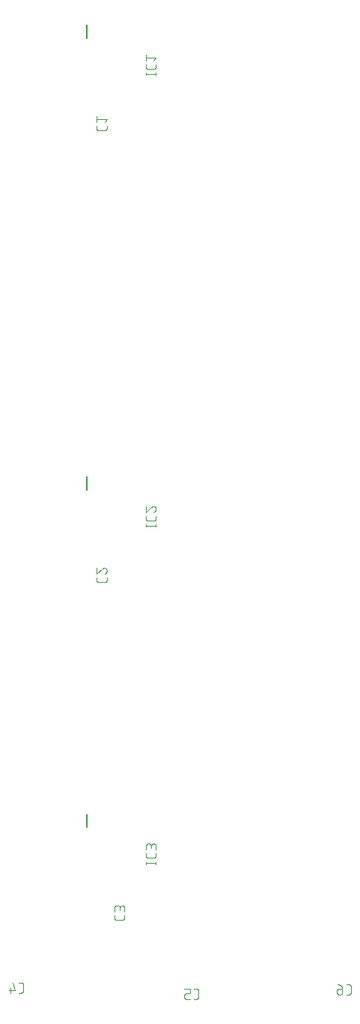
<source format=gbr>
G04 EAGLE Gerber RS-274X export*
G75*
%MOMM*%
%FSLAX34Y34*%
%LPD*%
%INSilkscreen Bottom*%
%IPPOS*%
%AMOC8*
5,1,8,0,0,1.08239X$1,22.5*%
G01*
%ADD10C,0.200000*%
%ADD11C,0.101600*%


D10*
X180653Y-309750D02*
X180653Y-324500D01*
D11*
X247311Y-365308D02*
X258995Y-365308D01*
X247311Y-366606D02*
X247311Y-364010D01*
X258995Y-364010D02*
X258995Y-366606D01*
X247311Y-356846D02*
X247311Y-354250D01*
X247312Y-356846D02*
X247314Y-356945D01*
X247320Y-357045D01*
X247329Y-357144D01*
X247342Y-357242D01*
X247359Y-357340D01*
X247380Y-357438D01*
X247405Y-357534D01*
X247433Y-357629D01*
X247465Y-357723D01*
X247500Y-357816D01*
X247539Y-357908D01*
X247582Y-357998D01*
X247627Y-358086D01*
X247677Y-358173D01*
X247729Y-358257D01*
X247785Y-358340D01*
X247843Y-358420D01*
X247905Y-358498D01*
X247970Y-358573D01*
X248038Y-358646D01*
X248108Y-358716D01*
X248181Y-358784D01*
X248256Y-358849D01*
X248334Y-358911D01*
X248414Y-358969D01*
X248497Y-359025D01*
X248581Y-359077D01*
X248668Y-359127D01*
X248756Y-359172D01*
X248846Y-359215D01*
X248938Y-359254D01*
X249031Y-359289D01*
X249125Y-359321D01*
X249220Y-359349D01*
X249316Y-359374D01*
X249414Y-359395D01*
X249512Y-359412D01*
X249610Y-359425D01*
X249709Y-359434D01*
X249809Y-359440D01*
X249908Y-359442D01*
X249908Y-359443D02*
X256399Y-359443D01*
X256399Y-359442D02*
X256498Y-359440D01*
X256598Y-359434D01*
X256697Y-359425D01*
X256795Y-359412D01*
X256893Y-359395D01*
X256991Y-359374D01*
X257087Y-359349D01*
X257182Y-359321D01*
X257276Y-359289D01*
X257369Y-359254D01*
X257461Y-359215D01*
X257551Y-359172D01*
X257639Y-359127D01*
X257726Y-359077D01*
X257810Y-359025D01*
X257893Y-358969D01*
X257973Y-358911D01*
X258051Y-358849D01*
X258126Y-358784D01*
X258199Y-358716D01*
X258269Y-358646D01*
X258337Y-358573D01*
X258402Y-358498D01*
X258464Y-358420D01*
X258522Y-358340D01*
X258578Y-358257D01*
X258630Y-358173D01*
X258680Y-358086D01*
X258725Y-357998D01*
X258768Y-357908D01*
X258807Y-357816D01*
X258842Y-357724D01*
X258874Y-357629D01*
X258902Y-357534D01*
X258927Y-357438D01*
X258948Y-357340D01*
X258965Y-357242D01*
X258978Y-357144D01*
X258987Y-357045D01*
X258993Y-356945D01*
X258995Y-356846D01*
X258995Y-354250D01*
X256399Y-349885D02*
X258995Y-346639D01*
X247311Y-346639D01*
X247311Y-343394D02*
X247311Y-349885D01*
D10*
X180653Y-820250D02*
X180653Y-835000D01*
D11*
X247311Y-875808D02*
X258995Y-875808D01*
X247311Y-877106D02*
X247311Y-874510D01*
X258995Y-874510D02*
X258995Y-877106D01*
X247311Y-867347D02*
X247311Y-864750D01*
X247312Y-867347D02*
X247314Y-867446D01*
X247320Y-867546D01*
X247329Y-867645D01*
X247342Y-867743D01*
X247359Y-867841D01*
X247380Y-867939D01*
X247405Y-868035D01*
X247433Y-868130D01*
X247465Y-868224D01*
X247500Y-868317D01*
X247539Y-868409D01*
X247582Y-868499D01*
X247627Y-868587D01*
X247677Y-868674D01*
X247729Y-868758D01*
X247785Y-868841D01*
X247843Y-868921D01*
X247905Y-868999D01*
X247970Y-869074D01*
X248038Y-869147D01*
X248108Y-869217D01*
X248181Y-869285D01*
X248256Y-869350D01*
X248334Y-869412D01*
X248414Y-869470D01*
X248497Y-869526D01*
X248581Y-869578D01*
X248668Y-869628D01*
X248756Y-869673D01*
X248846Y-869716D01*
X248938Y-869755D01*
X249031Y-869790D01*
X249125Y-869822D01*
X249220Y-869850D01*
X249316Y-869875D01*
X249414Y-869896D01*
X249512Y-869913D01*
X249610Y-869926D01*
X249709Y-869935D01*
X249809Y-869941D01*
X249908Y-869943D01*
X256399Y-869943D01*
X256399Y-869942D02*
X256498Y-869940D01*
X256598Y-869934D01*
X256697Y-869925D01*
X256795Y-869912D01*
X256893Y-869895D01*
X256991Y-869874D01*
X257087Y-869849D01*
X257182Y-869821D01*
X257276Y-869789D01*
X257369Y-869754D01*
X257461Y-869715D01*
X257551Y-869672D01*
X257639Y-869627D01*
X257726Y-869577D01*
X257810Y-869525D01*
X257893Y-869469D01*
X257973Y-869411D01*
X258051Y-869349D01*
X258126Y-869284D01*
X258199Y-869216D01*
X258269Y-869146D01*
X258337Y-869073D01*
X258402Y-868998D01*
X258464Y-868920D01*
X258522Y-868840D01*
X258578Y-868757D01*
X258630Y-868673D01*
X258680Y-868586D01*
X258725Y-868498D01*
X258768Y-868408D01*
X258807Y-868316D01*
X258842Y-868224D01*
X258874Y-868129D01*
X258902Y-868034D01*
X258927Y-867938D01*
X258948Y-867840D01*
X258965Y-867742D01*
X258978Y-867644D01*
X258987Y-867545D01*
X258993Y-867445D01*
X258995Y-867346D01*
X258995Y-867347D02*
X258995Y-864750D01*
X258995Y-856815D02*
X258993Y-856708D01*
X258987Y-856602D01*
X258977Y-856496D01*
X258964Y-856390D01*
X258946Y-856284D01*
X258925Y-856180D01*
X258900Y-856076D01*
X258871Y-855973D01*
X258839Y-855872D01*
X258802Y-855772D01*
X258762Y-855673D01*
X258719Y-855575D01*
X258672Y-855479D01*
X258621Y-855385D01*
X258567Y-855293D01*
X258510Y-855203D01*
X258450Y-855115D01*
X258386Y-855030D01*
X258319Y-854947D01*
X258249Y-854866D01*
X258177Y-854788D01*
X258101Y-854712D01*
X258023Y-854640D01*
X257942Y-854570D01*
X257859Y-854503D01*
X257774Y-854439D01*
X257686Y-854379D01*
X257596Y-854322D01*
X257504Y-854268D01*
X257410Y-854217D01*
X257314Y-854170D01*
X257216Y-854127D01*
X257117Y-854087D01*
X257017Y-854050D01*
X256916Y-854018D01*
X256813Y-853989D01*
X256709Y-853964D01*
X256605Y-853943D01*
X256499Y-853925D01*
X256393Y-853912D01*
X256287Y-853902D01*
X256181Y-853896D01*
X256074Y-853894D01*
X258996Y-856815D02*
X258994Y-856936D01*
X258988Y-857057D01*
X258978Y-857177D01*
X258965Y-857298D01*
X258947Y-857417D01*
X258926Y-857537D01*
X258901Y-857655D01*
X258872Y-857772D01*
X258839Y-857889D01*
X258803Y-858004D01*
X258762Y-858118D01*
X258719Y-858231D01*
X258671Y-858343D01*
X258620Y-858452D01*
X258565Y-858560D01*
X258507Y-858667D01*
X258446Y-858771D01*
X258381Y-858873D01*
X258313Y-858973D01*
X258242Y-859071D01*
X258168Y-859167D01*
X258091Y-859260D01*
X258010Y-859350D01*
X257927Y-859438D01*
X257841Y-859523D01*
X257752Y-859606D01*
X257661Y-859685D01*
X257567Y-859762D01*
X257471Y-859835D01*
X257373Y-859905D01*
X257272Y-859972D01*
X257169Y-860036D01*
X257064Y-860097D01*
X256957Y-860154D01*
X256849Y-860207D01*
X256739Y-860257D01*
X256627Y-860303D01*
X256514Y-860346D01*
X256399Y-860385D01*
X253802Y-854868D02*
X253880Y-854789D01*
X253960Y-854713D01*
X254043Y-854640D01*
X254129Y-854570D01*
X254216Y-854503D01*
X254307Y-854439D01*
X254399Y-854379D01*
X254493Y-854321D01*
X254590Y-854267D01*
X254688Y-854217D01*
X254788Y-854170D01*
X254889Y-854126D01*
X254992Y-854086D01*
X255097Y-854050D01*
X255202Y-854018D01*
X255309Y-853989D01*
X255416Y-853964D01*
X255525Y-853942D01*
X255634Y-853925D01*
X255743Y-853911D01*
X255853Y-853902D01*
X255964Y-853896D01*
X256074Y-853894D01*
X253802Y-854867D02*
X247311Y-860385D01*
X247311Y-853894D01*
D10*
X180653Y-1201583D02*
X180653Y-1216333D01*
D11*
X247311Y-1257142D02*
X258995Y-1257142D01*
X247311Y-1258440D02*
X247311Y-1255843D01*
X258995Y-1255843D02*
X258995Y-1258440D01*
X247311Y-1248680D02*
X247311Y-1246083D01*
X247312Y-1248680D02*
X247314Y-1248779D01*
X247320Y-1248879D01*
X247329Y-1248978D01*
X247342Y-1249076D01*
X247359Y-1249174D01*
X247380Y-1249272D01*
X247405Y-1249368D01*
X247433Y-1249463D01*
X247465Y-1249557D01*
X247500Y-1249650D01*
X247539Y-1249742D01*
X247582Y-1249832D01*
X247627Y-1249920D01*
X247677Y-1250007D01*
X247729Y-1250091D01*
X247785Y-1250174D01*
X247843Y-1250254D01*
X247905Y-1250332D01*
X247970Y-1250407D01*
X248038Y-1250480D01*
X248108Y-1250550D01*
X248181Y-1250618D01*
X248256Y-1250683D01*
X248334Y-1250745D01*
X248414Y-1250803D01*
X248497Y-1250859D01*
X248581Y-1250911D01*
X248668Y-1250961D01*
X248756Y-1251006D01*
X248846Y-1251049D01*
X248938Y-1251088D01*
X249031Y-1251123D01*
X249125Y-1251155D01*
X249220Y-1251183D01*
X249316Y-1251208D01*
X249414Y-1251229D01*
X249512Y-1251246D01*
X249610Y-1251259D01*
X249709Y-1251268D01*
X249809Y-1251274D01*
X249908Y-1251276D01*
X256399Y-1251276D01*
X256498Y-1251274D01*
X256598Y-1251268D01*
X256697Y-1251259D01*
X256795Y-1251246D01*
X256893Y-1251229D01*
X256991Y-1251208D01*
X257087Y-1251183D01*
X257182Y-1251155D01*
X257276Y-1251123D01*
X257369Y-1251088D01*
X257461Y-1251049D01*
X257551Y-1251006D01*
X257639Y-1250961D01*
X257726Y-1250911D01*
X257810Y-1250859D01*
X257893Y-1250803D01*
X257973Y-1250745D01*
X258051Y-1250683D01*
X258126Y-1250618D01*
X258199Y-1250550D01*
X258269Y-1250480D01*
X258337Y-1250407D01*
X258402Y-1250332D01*
X258464Y-1250254D01*
X258522Y-1250174D01*
X258578Y-1250091D01*
X258630Y-1250007D01*
X258680Y-1249920D01*
X258725Y-1249832D01*
X258768Y-1249742D01*
X258807Y-1249650D01*
X258842Y-1249558D01*
X258874Y-1249463D01*
X258902Y-1249368D01*
X258927Y-1249272D01*
X258948Y-1249174D01*
X258965Y-1249076D01*
X258978Y-1248978D01*
X258987Y-1248879D01*
X258993Y-1248779D01*
X258995Y-1248680D01*
X258995Y-1246083D01*
X247311Y-1241718D02*
X247311Y-1238473D01*
X247313Y-1238360D01*
X247319Y-1238247D01*
X247329Y-1238134D01*
X247343Y-1238021D01*
X247360Y-1237909D01*
X247382Y-1237798D01*
X247407Y-1237688D01*
X247437Y-1237578D01*
X247470Y-1237470D01*
X247507Y-1237363D01*
X247547Y-1237257D01*
X247592Y-1237153D01*
X247640Y-1237050D01*
X247691Y-1236949D01*
X247746Y-1236850D01*
X247804Y-1236753D01*
X247866Y-1236658D01*
X247931Y-1236565D01*
X247999Y-1236475D01*
X248070Y-1236387D01*
X248145Y-1236301D01*
X248222Y-1236218D01*
X248302Y-1236138D01*
X248385Y-1236061D01*
X248471Y-1235986D01*
X248559Y-1235915D01*
X248649Y-1235847D01*
X248742Y-1235782D01*
X248837Y-1235720D01*
X248934Y-1235662D01*
X249033Y-1235607D01*
X249134Y-1235556D01*
X249237Y-1235508D01*
X249341Y-1235463D01*
X249447Y-1235423D01*
X249554Y-1235386D01*
X249662Y-1235353D01*
X249772Y-1235323D01*
X249882Y-1235298D01*
X249993Y-1235276D01*
X250105Y-1235259D01*
X250218Y-1235245D01*
X250331Y-1235235D01*
X250444Y-1235229D01*
X250557Y-1235227D01*
X250670Y-1235229D01*
X250783Y-1235235D01*
X250896Y-1235245D01*
X251009Y-1235259D01*
X251121Y-1235276D01*
X251232Y-1235298D01*
X251342Y-1235323D01*
X251452Y-1235353D01*
X251560Y-1235386D01*
X251667Y-1235423D01*
X251773Y-1235463D01*
X251877Y-1235508D01*
X251980Y-1235556D01*
X252081Y-1235607D01*
X252180Y-1235662D01*
X252277Y-1235720D01*
X252372Y-1235782D01*
X252465Y-1235847D01*
X252555Y-1235915D01*
X252643Y-1235986D01*
X252729Y-1236061D01*
X252812Y-1236138D01*
X252892Y-1236218D01*
X252969Y-1236301D01*
X253044Y-1236387D01*
X253115Y-1236475D01*
X253183Y-1236565D01*
X253248Y-1236658D01*
X253310Y-1236753D01*
X253368Y-1236850D01*
X253423Y-1236949D01*
X253474Y-1237050D01*
X253522Y-1237153D01*
X253567Y-1237257D01*
X253607Y-1237363D01*
X253644Y-1237470D01*
X253677Y-1237578D01*
X253707Y-1237688D01*
X253732Y-1237798D01*
X253754Y-1237909D01*
X253771Y-1238021D01*
X253785Y-1238134D01*
X253795Y-1238247D01*
X253801Y-1238360D01*
X253803Y-1238473D01*
X258995Y-1237823D02*
X258995Y-1241718D01*
X258995Y-1237823D02*
X258993Y-1237722D01*
X258987Y-1237622D01*
X258977Y-1237522D01*
X258964Y-1237422D01*
X258946Y-1237323D01*
X258925Y-1237224D01*
X258900Y-1237127D01*
X258871Y-1237030D01*
X258838Y-1236935D01*
X258802Y-1236841D01*
X258762Y-1236749D01*
X258719Y-1236658D01*
X258672Y-1236569D01*
X258622Y-1236482D01*
X258568Y-1236396D01*
X258511Y-1236313D01*
X258451Y-1236233D01*
X258388Y-1236154D01*
X258321Y-1236078D01*
X258252Y-1236005D01*
X258180Y-1235935D01*
X258106Y-1235867D01*
X258029Y-1235802D01*
X257949Y-1235741D01*
X257867Y-1235682D01*
X257783Y-1235627D01*
X257697Y-1235575D01*
X257609Y-1235526D01*
X257519Y-1235481D01*
X257427Y-1235439D01*
X257334Y-1235401D01*
X257239Y-1235367D01*
X257144Y-1235336D01*
X257047Y-1235309D01*
X256949Y-1235286D01*
X256850Y-1235266D01*
X256750Y-1235251D01*
X256650Y-1235239D01*
X256550Y-1235231D01*
X256449Y-1235227D01*
X256349Y-1235227D01*
X256248Y-1235231D01*
X256148Y-1235239D01*
X256048Y-1235251D01*
X255948Y-1235266D01*
X255849Y-1235286D01*
X255751Y-1235309D01*
X255654Y-1235336D01*
X255559Y-1235367D01*
X255464Y-1235401D01*
X255371Y-1235439D01*
X255279Y-1235481D01*
X255189Y-1235526D01*
X255101Y-1235575D01*
X255015Y-1235627D01*
X254931Y-1235682D01*
X254849Y-1235741D01*
X254769Y-1235802D01*
X254692Y-1235867D01*
X254618Y-1235935D01*
X254546Y-1236005D01*
X254477Y-1236078D01*
X254410Y-1236154D01*
X254347Y-1236233D01*
X254287Y-1236313D01*
X254230Y-1236396D01*
X254176Y-1236482D01*
X254126Y-1236569D01*
X254079Y-1236658D01*
X254036Y-1236749D01*
X253996Y-1236841D01*
X253960Y-1236935D01*
X253927Y-1237030D01*
X253898Y-1237127D01*
X253873Y-1237224D01*
X253852Y-1237323D01*
X253834Y-1237422D01*
X253821Y-1237522D01*
X253811Y-1237622D01*
X253805Y-1237722D01*
X253803Y-1237823D01*
X253802Y-1237823D02*
X253802Y-1240420D01*
X191791Y-937116D02*
X191791Y-934520D01*
X191792Y-937116D02*
X191794Y-937215D01*
X191800Y-937315D01*
X191809Y-937414D01*
X191822Y-937512D01*
X191839Y-937610D01*
X191860Y-937708D01*
X191885Y-937804D01*
X191913Y-937899D01*
X191945Y-937993D01*
X191980Y-938086D01*
X192019Y-938178D01*
X192062Y-938268D01*
X192107Y-938356D01*
X192157Y-938443D01*
X192209Y-938527D01*
X192265Y-938610D01*
X192323Y-938690D01*
X192385Y-938768D01*
X192450Y-938843D01*
X192518Y-938916D01*
X192588Y-938986D01*
X192661Y-939054D01*
X192736Y-939119D01*
X192814Y-939181D01*
X192894Y-939239D01*
X192977Y-939295D01*
X193061Y-939347D01*
X193148Y-939397D01*
X193236Y-939442D01*
X193326Y-939485D01*
X193418Y-939524D01*
X193511Y-939559D01*
X193605Y-939591D01*
X193700Y-939619D01*
X193796Y-939644D01*
X193894Y-939665D01*
X193992Y-939682D01*
X194090Y-939695D01*
X194189Y-939704D01*
X194289Y-939710D01*
X194388Y-939712D01*
X194388Y-939713D02*
X200879Y-939713D01*
X200879Y-939712D02*
X200978Y-939710D01*
X201078Y-939704D01*
X201177Y-939695D01*
X201275Y-939682D01*
X201373Y-939665D01*
X201471Y-939644D01*
X201567Y-939619D01*
X201662Y-939591D01*
X201756Y-939559D01*
X201849Y-939524D01*
X201941Y-939485D01*
X202031Y-939442D01*
X202119Y-939397D01*
X202206Y-939347D01*
X202290Y-939295D01*
X202373Y-939239D01*
X202453Y-939181D01*
X202531Y-939119D01*
X202606Y-939054D01*
X202679Y-938986D01*
X202749Y-938916D01*
X202817Y-938843D01*
X202882Y-938768D01*
X202944Y-938690D01*
X203002Y-938610D01*
X203058Y-938527D01*
X203110Y-938443D01*
X203160Y-938356D01*
X203205Y-938268D01*
X203248Y-938178D01*
X203287Y-938086D01*
X203322Y-937994D01*
X203354Y-937899D01*
X203382Y-937804D01*
X203407Y-937708D01*
X203428Y-937610D01*
X203445Y-937512D01*
X203458Y-937414D01*
X203467Y-937315D01*
X203473Y-937215D01*
X203475Y-937116D01*
X203475Y-934520D01*
X203475Y-926585D02*
X203473Y-926478D01*
X203467Y-926372D01*
X203457Y-926266D01*
X203444Y-926160D01*
X203426Y-926054D01*
X203405Y-925950D01*
X203380Y-925846D01*
X203351Y-925743D01*
X203319Y-925642D01*
X203282Y-925542D01*
X203242Y-925443D01*
X203199Y-925345D01*
X203152Y-925249D01*
X203101Y-925155D01*
X203047Y-925063D01*
X202990Y-924973D01*
X202930Y-924885D01*
X202866Y-924800D01*
X202799Y-924717D01*
X202729Y-924636D01*
X202657Y-924558D01*
X202581Y-924482D01*
X202503Y-924410D01*
X202422Y-924340D01*
X202339Y-924273D01*
X202254Y-924209D01*
X202166Y-924149D01*
X202076Y-924092D01*
X201984Y-924038D01*
X201890Y-923987D01*
X201794Y-923940D01*
X201696Y-923897D01*
X201597Y-923857D01*
X201497Y-923820D01*
X201396Y-923788D01*
X201293Y-923759D01*
X201189Y-923734D01*
X201085Y-923713D01*
X200979Y-923695D01*
X200873Y-923682D01*
X200767Y-923672D01*
X200661Y-923666D01*
X200554Y-923664D01*
X203476Y-926585D02*
X203474Y-926706D01*
X203468Y-926827D01*
X203458Y-926947D01*
X203445Y-927068D01*
X203427Y-927187D01*
X203406Y-927307D01*
X203381Y-927425D01*
X203352Y-927542D01*
X203319Y-927659D01*
X203283Y-927774D01*
X203242Y-927888D01*
X203199Y-928001D01*
X203151Y-928113D01*
X203100Y-928222D01*
X203045Y-928330D01*
X202987Y-928437D01*
X202926Y-928541D01*
X202861Y-928643D01*
X202793Y-928743D01*
X202722Y-928841D01*
X202648Y-928937D01*
X202571Y-929030D01*
X202490Y-929120D01*
X202407Y-929208D01*
X202321Y-929293D01*
X202232Y-929376D01*
X202141Y-929455D01*
X202047Y-929532D01*
X201951Y-929605D01*
X201853Y-929675D01*
X201752Y-929742D01*
X201649Y-929806D01*
X201544Y-929867D01*
X201437Y-929924D01*
X201329Y-929977D01*
X201219Y-930027D01*
X201107Y-930073D01*
X200994Y-930116D01*
X200879Y-930155D01*
X198282Y-924638D02*
X198360Y-924559D01*
X198440Y-924483D01*
X198523Y-924410D01*
X198609Y-924340D01*
X198696Y-924273D01*
X198787Y-924209D01*
X198879Y-924149D01*
X198973Y-924091D01*
X199070Y-924037D01*
X199168Y-923987D01*
X199268Y-923940D01*
X199369Y-923896D01*
X199472Y-923856D01*
X199577Y-923820D01*
X199682Y-923788D01*
X199789Y-923759D01*
X199896Y-923734D01*
X200005Y-923712D01*
X200114Y-923695D01*
X200223Y-923681D01*
X200333Y-923672D01*
X200444Y-923666D01*
X200554Y-923664D01*
X198282Y-924637D02*
X191791Y-930155D01*
X191791Y-923664D01*
X211791Y-1316014D02*
X211791Y-1318611D01*
X211792Y-1318611D02*
X211794Y-1318710D01*
X211800Y-1318810D01*
X211809Y-1318909D01*
X211822Y-1319007D01*
X211839Y-1319105D01*
X211860Y-1319203D01*
X211885Y-1319299D01*
X211913Y-1319394D01*
X211945Y-1319488D01*
X211980Y-1319581D01*
X212019Y-1319673D01*
X212062Y-1319763D01*
X212107Y-1319851D01*
X212157Y-1319938D01*
X212209Y-1320022D01*
X212265Y-1320105D01*
X212323Y-1320185D01*
X212385Y-1320263D01*
X212450Y-1320338D01*
X212518Y-1320411D01*
X212588Y-1320481D01*
X212661Y-1320549D01*
X212736Y-1320614D01*
X212814Y-1320676D01*
X212894Y-1320734D01*
X212977Y-1320790D01*
X213061Y-1320842D01*
X213148Y-1320892D01*
X213236Y-1320937D01*
X213326Y-1320980D01*
X213418Y-1321019D01*
X213511Y-1321054D01*
X213605Y-1321086D01*
X213700Y-1321114D01*
X213796Y-1321139D01*
X213894Y-1321160D01*
X213992Y-1321177D01*
X214090Y-1321190D01*
X214189Y-1321199D01*
X214289Y-1321205D01*
X214388Y-1321207D01*
X220879Y-1321207D01*
X220978Y-1321205D01*
X221078Y-1321199D01*
X221177Y-1321190D01*
X221275Y-1321177D01*
X221373Y-1321160D01*
X221471Y-1321139D01*
X221567Y-1321114D01*
X221662Y-1321086D01*
X221756Y-1321054D01*
X221849Y-1321019D01*
X221941Y-1320980D01*
X222031Y-1320937D01*
X222119Y-1320892D01*
X222206Y-1320842D01*
X222290Y-1320790D01*
X222373Y-1320734D01*
X222453Y-1320676D01*
X222531Y-1320614D01*
X222606Y-1320549D01*
X222679Y-1320481D01*
X222749Y-1320411D01*
X222817Y-1320338D01*
X222882Y-1320263D01*
X222944Y-1320185D01*
X223002Y-1320105D01*
X223058Y-1320022D01*
X223110Y-1319938D01*
X223160Y-1319851D01*
X223205Y-1319763D01*
X223248Y-1319673D01*
X223287Y-1319581D01*
X223322Y-1319489D01*
X223354Y-1319394D01*
X223382Y-1319299D01*
X223407Y-1319203D01*
X223428Y-1319105D01*
X223445Y-1319007D01*
X223458Y-1318909D01*
X223467Y-1318810D01*
X223473Y-1318710D01*
X223475Y-1318611D01*
X223475Y-1316014D01*
X211791Y-1311649D02*
X211791Y-1308404D01*
X211793Y-1308291D01*
X211799Y-1308178D01*
X211809Y-1308065D01*
X211823Y-1307952D01*
X211840Y-1307840D01*
X211862Y-1307729D01*
X211887Y-1307619D01*
X211917Y-1307509D01*
X211950Y-1307401D01*
X211987Y-1307294D01*
X212027Y-1307188D01*
X212072Y-1307084D01*
X212120Y-1306981D01*
X212171Y-1306880D01*
X212226Y-1306781D01*
X212284Y-1306684D01*
X212346Y-1306589D01*
X212411Y-1306496D01*
X212479Y-1306406D01*
X212550Y-1306318D01*
X212625Y-1306232D01*
X212702Y-1306149D01*
X212782Y-1306069D01*
X212865Y-1305992D01*
X212951Y-1305917D01*
X213039Y-1305846D01*
X213129Y-1305778D01*
X213222Y-1305713D01*
X213317Y-1305651D01*
X213414Y-1305593D01*
X213513Y-1305538D01*
X213614Y-1305487D01*
X213717Y-1305439D01*
X213821Y-1305394D01*
X213927Y-1305354D01*
X214034Y-1305317D01*
X214142Y-1305284D01*
X214252Y-1305254D01*
X214362Y-1305229D01*
X214473Y-1305207D01*
X214585Y-1305190D01*
X214698Y-1305176D01*
X214811Y-1305166D01*
X214924Y-1305160D01*
X215037Y-1305158D01*
X215150Y-1305160D01*
X215263Y-1305166D01*
X215376Y-1305176D01*
X215489Y-1305190D01*
X215601Y-1305207D01*
X215712Y-1305229D01*
X215822Y-1305254D01*
X215932Y-1305284D01*
X216040Y-1305317D01*
X216147Y-1305354D01*
X216253Y-1305394D01*
X216357Y-1305439D01*
X216460Y-1305487D01*
X216561Y-1305538D01*
X216660Y-1305593D01*
X216757Y-1305651D01*
X216852Y-1305713D01*
X216945Y-1305778D01*
X217035Y-1305846D01*
X217123Y-1305917D01*
X217209Y-1305992D01*
X217292Y-1306069D01*
X217372Y-1306149D01*
X217449Y-1306232D01*
X217524Y-1306318D01*
X217595Y-1306406D01*
X217663Y-1306496D01*
X217728Y-1306589D01*
X217790Y-1306684D01*
X217848Y-1306781D01*
X217903Y-1306880D01*
X217954Y-1306981D01*
X218002Y-1307084D01*
X218047Y-1307188D01*
X218087Y-1307294D01*
X218124Y-1307401D01*
X218157Y-1307509D01*
X218187Y-1307619D01*
X218212Y-1307729D01*
X218234Y-1307840D01*
X218251Y-1307952D01*
X218265Y-1308065D01*
X218275Y-1308178D01*
X218281Y-1308291D01*
X218283Y-1308404D01*
X223475Y-1307754D02*
X223475Y-1311649D01*
X223475Y-1307754D02*
X223473Y-1307653D01*
X223467Y-1307553D01*
X223457Y-1307453D01*
X223444Y-1307353D01*
X223426Y-1307254D01*
X223405Y-1307155D01*
X223380Y-1307058D01*
X223351Y-1306961D01*
X223318Y-1306866D01*
X223282Y-1306772D01*
X223242Y-1306680D01*
X223199Y-1306589D01*
X223152Y-1306500D01*
X223102Y-1306413D01*
X223048Y-1306327D01*
X222991Y-1306244D01*
X222931Y-1306164D01*
X222868Y-1306085D01*
X222801Y-1306009D01*
X222732Y-1305936D01*
X222660Y-1305866D01*
X222586Y-1305798D01*
X222509Y-1305733D01*
X222429Y-1305672D01*
X222347Y-1305613D01*
X222263Y-1305558D01*
X222177Y-1305506D01*
X222089Y-1305457D01*
X221999Y-1305412D01*
X221907Y-1305370D01*
X221814Y-1305332D01*
X221719Y-1305298D01*
X221624Y-1305267D01*
X221527Y-1305240D01*
X221429Y-1305217D01*
X221330Y-1305197D01*
X221230Y-1305182D01*
X221130Y-1305170D01*
X221030Y-1305162D01*
X220929Y-1305158D01*
X220829Y-1305158D01*
X220728Y-1305162D01*
X220628Y-1305170D01*
X220528Y-1305182D01*
X220428Y-1305197D01*
X220329Y-1305217D01*
X220231Y-1305240D01*
X220134Y-1305267D01*
X220039Y-1305298D01*
X219944Y-1305332D01*
X219851Y-1305370D01*
X219759Y-1305412D01*
X219669Y-1305457D01*
X219581Y-1305506D01*
X219495Y-1305558D01*
X219411Y-1305613D01*
X219329Y-1305672D01*
X219249Y-1305733D01*
X219172Y-1305798D01*
X219098Y-1305866D01*
X219026Y-1305936D01*
X218957Y-1306009D01*
X218890Y-1306085D01*
X218827Y-1306164D01*
X218767Y-1306244D01*
X218710Y-1306327D01*
X218656Y-1306413D01*
X218606Y-1306500D01*
X218559Y-1306589D01*
X218516Y-1306680D01*
X218476Y-1306772D01*
X218440Y-1306866D01*
X218407Y-1306961D01*
X218378Y-1307058D01*
X218353Y-1307155D01*
X218332Y-1307254D01*
X218314Y-1307353D01*
X218301Y-1307453D01*
X218291Y-1307553D01*
X218285Y-1307653D01*
X218283Y-1307754D01*
X218282Y-1307754D02*
X218282Y-1310351D01*
X106261Y-1403892D02*
X103664Y-1403892D01*
X106261Y-1403892D02*
X106360Y-1403890D01*
X106460Y-1403884D01*
X106559Y-1403875D01*
X106657Y-1403862D01*
X106755Y-1403845D01*
X106853Y-1403824D01*
X106949Y-1403799D01*
X107044Y-1403771D01*
X107138Y-1403739D01*
X107231Y-1403704D01*
X107323Y-1403665D01*
X107413Y-1403622D01*
X107501Y-1403577D01*
X107588Y-1403527D01*
X107672Y-1403475D01*
X107755Y-1403419D01*
X107835Y-1403361D01*
X107913Y-1403299D01*
X107988Y-1403234D01*
X108061Y-1403166D01*
X108131Y-1403096D01*
X108199Y-1403023D01*
X108264Y-1402948D01*
X108326Y-1402870D01*
X108384Y-1402790D01*
X108440Y-1402707D01*
X108492Y-1402623D01*
X108542Y-1402536D01*
X108587Y-1402448D01*
X108630Y-1402358D01*
X108669Y-1402266D01*
X108704Y-1402173D01*
X108736Y-1402079D01*
X108764Y-1401984D01*
X108789Y-1401888D01*
X108810Y-1401790D01*
X108827Y-1401692D01*
X108840Y-1401594D01*
X108849Y-1401495D01*
X108855Y-1401395D01*
X108857Y-1401296D01*
X108857Y-1394804D01*
X108858Y-1394804D02*
X108856Y-1394705D01*
X108850Y-1394605D01*
X108841Y-1394506D01*
X108828Y-1394408D01*
X108810Y-1394310D01*
X108790Y-1394212D01*
X108765Y-1394116D01*
X108737Y-1394020D01*
X108705Y-1393926D01*
X108670Y-1393833D01*
X108631Y-1393742D01*
X108588Y-1393652D01*
X108543Y-1393563D01*
X108493Y-1393477D01*
X108441Y-1393392D01*
X108385Y-1393310D01*
X108326Y-1393230D01*
X108265Y-1393152D01*
X108200Y-1393076D01*
X108132Y-1393003D01*
X108062Y-1392933D01*
X107989Y-1392865D01*
X107913Y-1392800D01*
X107835Y-1392739D01*
X107755Y-1392680D01*
X107673Y-1392624D01*
X107588Y-1392572D01*
X107502Y-1392523D01*
X107413Y-1392477D01*
X107323Y-1392434D01*
X107232Y-1392395D01*
X107139Y-1392360D01*
X107045Y-1392328D01*
X106949Y-1392300D01*
X106853Y-1392275D01*
X106755Y-1392255D01*
X106657Y-1392237D01*
X106559Y-1392224D01*
X106460Y-1392215D01*
X106361Y-1392209D01*
X106261Y-1392207D01*
X106261Y-1392208D02*
X103664Y-1392208D01*
X96703Y-1392208D02*
X99299Y-1401296D01*
X92808Y-1401296D01*
X94755Y-1398699D02*
X94755Y-1403892D01*
X191791Y-426611D02*
X191791Y-424014D01*
X191792Y-426611D02*
X191794Y-426710D01*
X191800Y-426810D01*
X191809Y-426909D01*
X191822Y-427007D01*
X191839Y-427105D01*
X191860Y-427203D01*
X191885Y-427299D01*
X191913Y-427394D01*
X191945Y-427488D01*
X191980Y-427581D01*
X192019Y-427673D01*
X192062Y-427763D01*
X192107Y-427851D01*
X192157Y-427938D01*
X192209Y-428022D01*
X192265Y-428105D01*
X192323Y-428185D01*
X192385Y-428263D01*
X192450Y-428338D01*
X192518Y-428411D01*
X192588Y-428481D01*
X192661Y-428549D01*
X192736Y-428614D01*
X192814Y-428676D01*
X192894Y-428734D01*
X192977Y-428790D01*
X193061Y-428842D01*
X193148Y-428892D01*
X193236Y-428937D01*
X193326Y-428980D01*
X193418Y-429019D01*
X193511Y-429054D01*
X193605Y-429086D01*
X193700Y-429114D01*
X193796Y-429139D01*
X193894Y-429160D01*
X193992Y-429177D01*
X194090Y-429190D01*
X194189Y-429199D01*
X194289Y-429205D01*
X194388Y-429207D01*
X200879Y-429207D01*
X200978Y-429205D01*
X201078Y-429199D01*
X201177Y-429190D01*
X201275Y-429177D01*
X201373Y-429160D01*
X201471Y-429139D01*
X201567Y-429114D01*
X201662Y-429086D01*
X201756Y-429054D01*
X201849Y-429019D01*
X201941Y-428980D01*
X202031Y-428937D01*
X202119Y-428892D01*
X202206Y-428842D01*
X202290Y-428790D01*
X202373Y-428734D01*
X202453Y-428676D01*
X202531Y-428614D01*
X202606Y-428549D01*
X202679Y-428481D01*
X202749Y-428411D01*
X202817Y-428338D01*
X202882Y-428263D01*
X202944Y-428185D01*
X203002Y-428105D01*
X203058Y-428022D01*
X203110Y-427938D01*
X203160Y-427851D01*
X203205Y-427763D01*
X203248Y-427673D01*
X203287Y-427581D01*
X203322Y-427489D01*
X203354Y-427394D01*
X203382Y-427299D01*
X203407Y-427203D01*
X203428Y-427105D01*
X203445Y-427007D01*
X203458Y-426909D01*
X203467Y-426810D01*
X203473Y-426710D01*
X203475Y-426611D01*
X203475Y-424014D01*
X200879Y-419649D02*
X203475Y-416404D01*
X191791Y-416404D01*
X191791Y-419649D02*
X191791Y-413158D01*
X301856Y-1410936D02*
X304453Y-1410936D01*
X304552Y-1410934D01*
X304652Y-1410928D01*
X304751Y-1410919D01*
X304849Y-1410906D01*
X304947Y-1410889D01*
X305045Y-1410868D01*
X305141Y-1410843D01*
X305236Y-1410815D01*
X305330Y-1410783D01*
X305423Y-1410748D01*
X305515Y-1410709D01*
X305605Y-1410666D01*
X305693Y-1410621D01*
X305780Y-1410571D01*
X305864Y-1410519D01*
X305947Y-1410463D01*
X306027Y-1410405D01*
X306105Y-1410343D01*
X306180Y-1410278D01*
X306253Y-1410210D01*
X306323Y-1410140D01*
X306391Y-1410067D01*
X306456Y-1409992D01*
X306518Y-1409914D01*
X306576Y-1409834D01*
X306632Y-1409751D01*
X306684Y-1409667D01*
X306734Y-1409580D01*
X306779Y-1409492D01*
X306822Y-1409402D01*
X306861Y-1409310D01*
X306896Y-1409217D01*
X306928Y-1409123D01*
X306956Y-1409028D01*
X306981Y-1408932D01*
X307002Y-1408834D01*
X307019Y-1408736D01*
X307032Y-1408638D01*
X307041Y-1408539D01*
X307047Y-1408439D01*
X307049Y-1408340D01*
X307049Y-1401849D01*
X307050Y-1401849D02*
X307048Y-1401750D01*
X307042Y-1401650D01*
X307033Y-1401551D01*
X307020Y-1401453D01*
X307002Y-1401355D01*
X306982Y-1401257D01*
X306957Y-1401161D01*
X306929Y-1401065D01*
X306897Y-1400971D01*
X306862Y-1400878D01*
X306823Y-1400787D01*
X306780Y-1400697D01*
X306735Y-1400608D01*
X306685Y-1400522D01*
X306633Y-1400437D01*
X306577Y-1400355D01*
X306518Y-1400275D01*
X306457Y-1400197D01*
X306392Y-1400121D01*
X306324Y-1400048D01*
X306254Y-1399978D01*
X306181Y-1399910D01*
X306105Y-1399845D01*
X306027Y-1399784D01*
X305947Y-1399725D01*
X305865Y-1399669D01*
X305780Y-1399617D01*
X305694Y-1399568D01*
X305605Y-1399522D01*
X305515Y-1399479D01*
X305424Y-1399440D01*
X305331Y-1399405D01*
X305237Y-1399373D01*
X305141Y-1399345D01*
X305045Y-1399320D01*
X304947Y-1399300D01*
X304849Y-1399282D01*
X304751Y-1399269D01*
X304652Y-1399260D01*
X304553Y-1399254D01*
X304453Y-1399252D01*
X301856Y-1399252D01*
X297491Y-1410936D02*
X293596Y-1410936D01*
X293497Y-1410934D01*
X293397Y-1410928D01*
X293298Y-1410919D01*
X293200Y-1410906D01*
X293102Y-1410889D01*
X293004Y-1410868D01*
X292908Y-1410843D01*
X292813Y-1410815D01*
X292719Y-1410783D01*
X292626Y-1410748D01*
X292534Y-1410709D01*
X292444Y-1410666D01*
X292356Y-1410621D01*
X292269Y-1410571D01*
X292185Y-1410519D01*
X292102Y-1410463D01*
X292022Y-1410405D01*
X291944Y-1410343D01*
X291869Y-1410278D01*
X291796Y-1410210D01*
X291726Y-1410140D01*
X291658Y-1410067D01*
X291593Y-1409992D01*
X291531Y-1409914D01*
X291473Y-1409834D01*
X291417Y-1409751D01*
X291365Y-1409667D01*
X291315Y-1409580D01*
X291270Y-1409492D01*
X291227Y-1409402D01*
X291188Y-1409310D01*
X291153Y-1409217D01*
X291121Y-1409123D01*
X291093Y-1409028D01*
X291068Y-1408932D01*
X291047Y-1408834D01*
X291030Y-1408736D01*
X291017Y-1408638D01*
X291008Y-1408539D01*
X291002Y-1408439D01*
X291000Y-1408340D01*
X291000Y-1407042D01*
X291002Y-1406943D01*
X291008Y-1406843D01*
X291017Y-1406744D01*
X291030Y-1406646D01*
X291047Y-1406548D01*
X291068Y-1406450D01*
X291093Y-1406354D01*
X291121Y-1406259D01*
X291153Y-1406165D01*
X291188Y-1406072D01*
X291227Y-1405980D01*
X291270Y-1405890D01*
X291315Y-1405802D01*
X291365Y-1405715D01*
X291417Y-1405631D01*
X291473Y-1405548D01*
X291531Y-1405468D01*
X291593Y-1405390D01*
X291658Y-1405315D01*
X291726Y-1405242D01*
X291796Y-1405172D01*
X291869Y-1405104D01*
X291944Y-1405039D01*
X292022Y-1404977D01*
X292102Y-1404919D01*
X292185Y-1404863D01*
X292269Y-1404811D01*
X292356Y-1404761D01*
X292444Y-1404716D01*
X292534Y-1404673D01*
X292626Y-1404634D01*
X292719Y-1404599D01*
X292813Y-1404567D01*
X292908Y-1404539D01*
X293004Y-1404514D01*
X293102Y-1404493D01*
X293200Y-1404476D01*
X293298Y-1404463D01*
X293397Y-1404454D01*
X293497Y-1404448D01*
X293596Y-1404446D01*
X293596Y-1404445D02*
X297491Y-1404445D01*
X297491Y-1399252D01*
X291000Y-1399252D01*
X474273Y-1405972D02*
X476869Y-1405972D01*
X476968Y-1405970D01*
X477068Y-1405964D01*
X477167Y-1405955D01*
X477265Y-1405942D01*
X477363Y-1405925D01*
X477461Y-1405904D01*
X477557Y-1405879D01*
X477652Y-1405851D01*
X477746Y-1405819D01*
X477839Y-1405784D01*
X477931Y-1405745D01*
X478021Y-1405702D01*
X478109Y-1405657D01*
X478196Y-1405607D01*
X478280Y-1405555D01*
X478363Y-1405499D01*
X478443Y-1405441D01*
X478521Y-1405379D01*
X478596Y-1405314D01*
X478669Y-1405246D01*
X478739Y-1405176D01*
X478807Y-1405103D01*
X478872Y-1405028D01*
X478934Y-1404950D01*
X478992Y-1404870D01*
X479048Y-1404787D01*
X479100Y-1404703D01*
X479150Y-1404616D01*
X479195Y-1404528D01*
X479238Y-1404438D01*
X479277Y-1404346D01*
X479312Y-1404253D01*
X479344Y-1404159D01*
X479372Y-1404064D01*
X479397Y-1403968D01*
X479418Y-1403870D01*
X479435Y-1403772D01*
X479448Y-1403674D01*
X479457Y-1403575D01*
X479463Y-1403475D01*
X479465Y-1403376D01*
X479466Y-1403376D02*
X479466Y-1396884D01*
X479464Y-1396785D01*
X479458Y-1396685D01*
X479449Y-1396586D01*
X479436Y-1396488D01*
X479418Y-1396390D01*
X479398Y-1396292D01*
X479373Y-1396196D01*
X479345Y-1396100D01*
X479313Y-1396006D01*
X479278Y-1395913D01*
X479239Y-1395822D01*
X479196Y-1395732D01*
X479151Y-1395643D01*
X479101Y-1395557D01*
X479049Y-1395472D01*
X478993Y-1395390D01*
X478934Y-1395310D01*
X478873Y-1395232D01*
X478808Y-1395156D01*
X478740Y-1395083D01*
X478670Y-1395013D01*
X478597Y-1394945D01*
X478521Y-1394880D01*
X478443Y-1394819D01*
X478363Y-1394760D01*
X478281Y-1394704D01*
X478196Y-1394652D01*
X478110Y-1394603D01*
X478021Y-1394557D01*
X477931Y-1394514D01*
X477840Y-1394475D01*
X477747Y-1394440D01*
X477653Y-1394408D01*
X477557Y-1394380D01*
X477461Y-1394355D01*
X477363Y-1394335D01*
X477265Y-1394317D01*
X477167Y-1394304D01*
X477068Y-1394295D01*
X476969Y-1394289D01*
X476869Y-1394287D01*
X476869Y-1394288D02*
X474273Y-1394288D01*
X469908Y-1399481D02*
X466013Y-1399481D01*
X465914Y-1399483D01*
X465814Y-1399489D01*
X465715Y-1399498D01*
X465617Y-1399511D01*
X465519Y-1399528D01*
X465421Y-1399549D01*
X465325Y-1399574D01*
X465230Y-1399602D01*
X465136Y-1399634D01*
X465043Y-1399669D01*
X464951Y-1399708D01*
X464861Y-1399751D01*
X464773Y-1399796D01*
X464686Y-1399846D01*
X464602Y-1399898D01*
X464519Y-1399954D01*
X464439Y-1400012D01*
X464361Y-1400074D01*
X464286Y-1400139D01*
X464213Y-1400207D01*
X464143Y-1400277D01*
X464075Y-1400350D01*
X464010Y-1400425D01*
X463948Y-1400503D01*
X463890Y-1400583D01*
X463834Y-1400666D01*
X463782Y-1400750D01*
X463732Y-1400837D01*
X463687Y-1400925D01*
X463644Y-1401015D01*
X463605Y-1401107D01*
X463570Y-1401200D01*
X463538Y-1401294D01*
X463510Y-1401389D01*
X463485Y-1401485D01*
X463464Y-1401583D01*
X463447Y-1401681D01*
X463434Y-1401779D01*
X463425Y-1401878D01*
X463419Y-1401978D01*
X463417Y-1402077D01*
X463417Y-1402726D01*
X463416Y-1402726D02*
X463418Y-1402839D01*
X463424Y-1402952D01*
X463434Y-1403065D01*
X463448Y-1403178D01*
X463465Y-1403290D01*
X463487Y-1403401D01*
X463512Y-1403511D01*
X463542Y-1403621D01*
X463575Y-1403729D01*
X463612Y-1403836D01*
X463652Y-1403942D01*
X463697Y-1404046D01*
X463745Y-1404149D01*
X463796Y-1404250D01*
X463851Y-1404349D01*
X463909Y-1404446D01*
X463971Y-1404541D01*
X464036Y-1404634D01*
X464104Y-1404724D01*
X464175Y-1404812D01*
X464250Y-1404898D01*
X464327Y-1404981D01*
X464407Y-1405061D01*
X464490Y-1405138D01*
X464576Y-1405213D01*
X464664Y-1405284D01*
X464754Y-1405352D01*
X464847Y-1405417D01*
X464942Y-1405479D01*
X465039Y-1405537D01*
X465138Y-1405592D01*
X465239Y-1405643D01*
X465342Y-1405691D01*
X465446Y-1405736D01*
X465552Y-1405776D01*
X465659Y-1405813D01*
X465767Y-1405846D01*
X465877Y-1405876D01*
X465987Y-1405901D01*
X466098Y-1405923D01*
X466210Y-1405940D01*
X466323Y-1405954D01*
X466436Y-1405964D01*
X466549Y-1405970D01*
X466662Y-1405972D01*
X466775Y-1405970D01*
X466888Y-1405964D01*
X467001Y-1405954D01*
X467114Y-1405940D01*
X467226Y-1405923D01*
X467337Y-1405901D01*
X467447Y-1405876D01*
X467557Y-1405846D01*
X467665Y-1405813D01*
X467772Y-1405776D01*
X467878Y-1405736D01*
X467982Y-1405691D01*
X468085Y-1405643D01*
X468186Y-1405592D01*
X468285Y-1405537D01*
X468382Y-1405479D01*
X468477Y-1405417D01*
X468570Y-1405352D01*
X468660Y-1405284D01*
X468748Y-1405213D01*
X468834Y-1405138D01*
X468917Y-1405061D01*
X468997Y-1404981D01*
X469074Y-1404898D01*
X469149Y-1404812D01*
X469220Y-1404724D01*
X469288Y-1404634D01*
X469353Y-1404541D01*
X469415Y-1404446D01*
X469473Y-1404349D01*
X469528Y-1404250D01*
X469579Y-1404149D01*
X469627Y-1404046D01*
X469672Y-1403942D01*
X469712Y-1403836D01*
X469749Y-1403729D01*
X469782Y-1403621D01*
X469812Y-1403511D01*
X469837Y-1403401D01*
X469859Y-1403290D01*
X469876Y-1403178D01*
X469890Y-1403065D01*
X469900Y-1402952D01*
X469906Y-1402839D01*
X469908Y-1402726D01*
X469908Y-1399481D01*
X469906Y-1399338D01*
X469900Y-1399195D01*
X469890Y-1399052D01*
X469876Y-1398910D01*
X469859Y-1398768D01*
X469837Y-1398626D01*
X469812Y-1398485D01*
X469782Y-1398345D01*
X469749Y-1398206D01*
X469712Y-1398068D01*
X469671Y-1397931D01*
X469627Y-1397795D01*
X469578Y-1397660D01*
X469526Y-1397527D01*
X469471Y-1397395D01*
X469411Y-1397265D01*
X469348Y-1397136D01*
X469282Y-1397009D01*
X469212Y-1396885D01*
X469139Y-1396762D01*
X469062Y-1396641D01*
X468983Y-1396522D01*
X468899Y-1396406D01*
X468813Y-1396291D01*
X468724Y-1396180D01*
X468631Y-1396071D01*
X468536Y-1395964D01*
X468437Y-1395860D01*
X468336Y-1395759D01*
X468232Y-1395660D01*
X468126Y-1395565D01*
X468016Y-1395472D01*
X467905Y-1395383D01*
X467791Y-1395297D01*
X467674Y-1395214D01*
X467555Y-1395134D01*
X467434Y-1395057D01*
X467312Y-1394984D01*
X467187Y-1394914D01*
X467060Y-1394848D01*
X466931Y-1394785D01*
X466801Y-1394725D01*
X466669Y-1394670D01*
X466536Y-1394618D01*
X466401Y-1394569D01*
X466265Y-1394525D01*
X466128Y-1394484D01*
X465990Y-1394447D01*
X465851Y-1394414D01*
X465711Y-1394384D01*
X465570Y-1394359D01*
X465428Y-1394337D01*
X465286Y-1394320D01*
X465144Y-1394306D01*
X465001Y-1394296D01*
X464858Y-1394290D01*
X464715Y-1394288D01*
M02*

</source>
